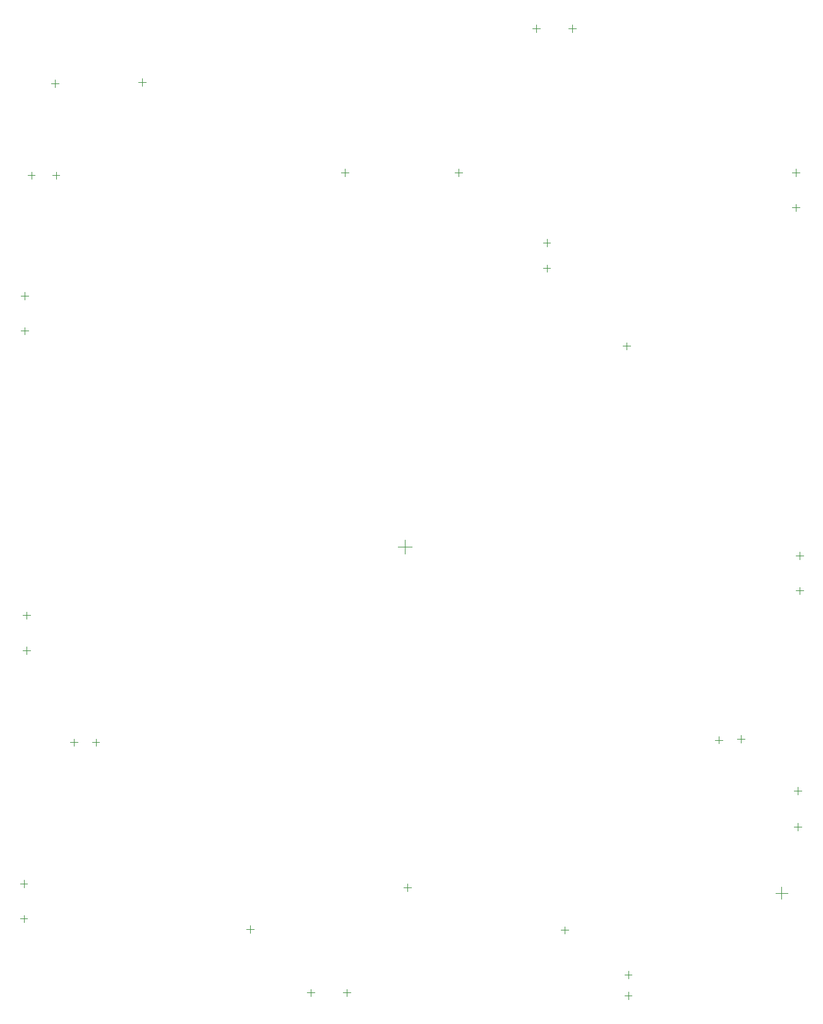
<source format=gbr>
G04*
G04 #@! TF.GenerationSoftware,Altium Limited,Altium Designer,22.4.2 (48)*
G04*
G04 Layer_Color=0*
%FSLAX24Y24*%
%MOIN*%
G70*
G04*
G04 #@! TF.SameCoordinates,ED83B53D-03BE-4A71-8F10-75A6417481AF*
G04*
G04*
G04 #@! TF.FilePolarity,Positive*
G04*
G01*
G75*
%ADD68C,0.0039*%
D68*
X38700Y60103D02*
Y60497D01*
X38503Y60300D02*
X38897D01*
X36800Y60103D02*
Y60497D01*
X36603Y60300D02*
X36997D01*
X26503Y52700D02*
X26897D01*
X26700Y52503D02*
Y52897D01*
X32503Y52700D02*
X32897D01*
X32700Y52503D02*
Y52897D01*
X9603Y46200D02*
X9997D01*
X9800Y46003D02*
Y46397D01*
X9553Y15200D02*
X9947D01*
X9750Y15003D02*
Y15397D01*
X50503Y30650D02*
X50897D01*
X50700Y30453D02*
Y30847D01*
X50403Y18200D02*
X50797D01*
X50600Y18003D02*
Y18397D01*
X50303Y50850D02*
X50697D01*
X50500Y50653D02*
Y51047D01*
X9703Y27500D02*
X10097D01*
X9900Y27303D02*
Y27697D01*
X24900Y9253D02*
Y9647D01*
X24703Y9450D02*
X25097D01*
X50503Y32500D02*
X50897D01*
X50700Y32303D02*
Y32697D01*
X26800Y9253D02*
Y9647D01*
X26603Y9450D02*
X26997D01*
X50403Y20100D02*
X50797D01*
X50600Y19903D02*
Y20297D01*
X50303Y52700D02*
X50697D01*
X50500Y52503D02*
Y52897D01*
X9603Y44350D02*
X9997D01*
X9800Y44153D02*
Y44547D01*
X9703Y29350D02*
X10097D01*
X9900Y29153D02*
Y29547D01*
X9553Y13350D02*
X9947D01*
X9750Y13153D02*
Y13547D01*
X49420Y14709D02*
X50070D01*
X49745Y14385D02*
Y15034D01*
X37153Y47650D02*
X37547D01*
X37350Y47453D02*
Y47847D01*
X37153Y49000D02*
X37547D01*
X37350Y48803D02*
Y49197D01*
X41562Y43353D02*
Y43747D01*
X41365Y43550D02*
X41759D01*
X11400Y57203D02*
Y57597D01*
X11203Y57400D02*
X11597D01*
X16000Y57267D02*
Y57661D01*
X15803Y57464D02*
X16197D01*
X11450Y52353D02*
Y52747D01*
X11253Y52550D02*
X11647D01*
X10150Y52353D02*
Y52747D01*
X9953Y52550D02*
X10347D01*
X29850Y32584D02*
Y33316D01*
X29484Y32950D02*
X30216D01*
X21700Y12603D02*
Y12997D01*
X21503Y12800D02*
X21897D01*
X38300Y12553D02*
Y12947D01*
X38103Y12750D02*
X38497D01*
X30000Y14803D02*
Y15197D01*
X29803Y15000D02*
X30197D01*
X47398Y22830D02*
X47792D01*
X47595Y22633D02*
Y23027D01*
X41650Y10203D02*
Y10597D01*
X41453Y10400D02*
X41847D01*
X12203Y22650D02*
X12597D01*
X12400Y22453D02*
Y22847D01*
X46248Y22780D02*
X46642D01*
X46445Y22583D02*
Y22977D01*
X41650Y9103D02*
Y9497D01*
X41453Y9300D02*
X41847D01*
X13353Y22650D02*
X13747D01*
X13550Y22453D02*
Y22847D01*
M02*

</source>
